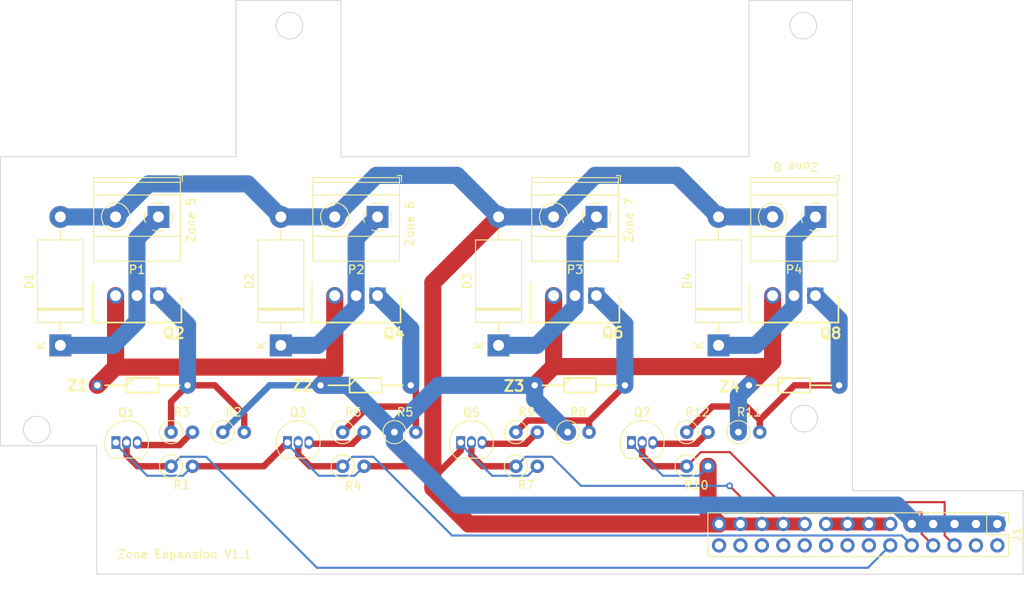
<source format=kicad_pcb>
(kicad_pcb (version 20221018) (generator pcbnew)
  (layers (0 "F.Cu" power) (31 "B.Cu" power) (34 "B.Paste" user) (35 "F.Paste" user) (36 "B.SilkS" user "B.Silkscreen") (37 "F.SilkS" user "F.Silkscreen") (38 "B.Mask" user) (39 "F.Mask" user) (44 "Edge.Cuts" user))
  (net 0 "")
  (net 1 "GND")
  (net 2 "+VDC")
  (net 3 "+3V3")
  (net 4 "D23")
  (net 5 "D19")
  (net 6 "D18")
  (net 7 "TX")
  (net 8 "RX")
  (net 9 "Net-(D1-K)")
  (net 10 "Net-(D2-K)")
  (net 11 "Net-(D3-K)")
  (net 12 "Net-(D4-K)")
  (net 13 "Net-(Q1-D)")
  (net 14 "Net-(Q2-Pad1)")
  (net 15 "Net-(Q3-D)")
  (net 16 "Net-(Q4-Pad1)")
  (net 17 "Net-(Q5-D)")
  (net 18 "Net-(Q6-Pad1)")
  (net 19 "Net-(Q7-D)")
  (net 20 "Net-(Q8-Pad1)")
  (net 21 "SCL")
  (net 22 "SDA")
  (net 23 "Z8")
  (net 24 "Z7")
  (net 25 "Z6")
  (net 26 "Z5")
  (net 27 "D26")
  (net 28 "D17")
  (net 29 "D16")
  (footprint "Connector_PinHeader_2.54mm:PinHeader_2x14_P2.54mm_Vertical" (layer "F.Cu") (at 170.349 121.0423 -90)
    (fp_text reference "J1" (at 1.27 -2.33 -90) (layer "F.SilkS"))
    (fp_text value "Conn_02x14_Odd_Even")
    (pad "1" thru_hole rect (at 0 0 270) (size 1.7 1.7) (drill 1) (layers "*.Cu" "*.Mask") (net 2 "+VDC"))
    (pad "2" thru_hole oval (at 2.54 0 270) (size 1.7 1.7) (drill 1) (layers "*.Cu" "*.Mask") (net 7 "TX"))
    (pad "3" thru_hole oval (at 0 2.54 270) (size 1.7 1.7) (drill 1) (layers "*.Cu" "*.Mask") (net 2 "+VDC"))
    (pad "4" thru_hole oval (at 2.54 2.54 270) (size 1.7 1.7) (drill 1) (layers "*.Cu" "*.Mask") (net 8 "RX"))
    (pad "5" thru_hole oval (at 0 5.08 270) (size 1.7 1.7) (drill 1) (layers "*.Cu" "*.Mask") (net 2 "+VDC"))
    (pad "6" thru_hole oval (at 2.54 5.08 270) (size 1.7 1.7) (drill 1) (layers "*.Cu" "*.Mask") (net 23 "Z8"))
    (pad "7" thru_hole oval (at 0 7.62 270) (size 1.7 1.7) (drill 1) (layers "*.Cu" "*.Mask") (net 2 "+VDC"))
    (pad "8" thru_hole oval (at 2.54 7.62 270) (size 1.7 1.7) (drill 1) (layers "*.Cu" "*.Mask") (net 24 "Z7"))
    (pad "9" thru_hole oval (at 0 10.16 270) (size 1.7 1.7) (drill 1) (layers "*.Cu" "*.Mask") (net 2 "+VDC"))
    (pad "10" thru_hole oval (at 2.54 10.16 270) (size 1.7 1.7) (drill 1) (layers "*.Cu" "*.Mask") (net 25 "Z6"))
    (pad "11" thru_hole oval (at 0 12.7 270) (size 1.7 1.7) (drill 1) (layers "*.Cu" "*.Mask") (net 3 "+3V3"))
    (pad "12" thru_hole oval (at 2.54 12.7 270) (size 1.7 1.7) (drill 1) (layers "*.Cu" "*.Mask") (net 26 "Z5"))
    (pad "13" thru_hole oval (at 0 15.24 270) (size 1.7 1.7) (drill 1) (layers "*.Cu" "*.Mask") (net 3 "+3V3"))
    (pad "14" thru_hole oval (at 2.54 15.24 270) (size 1.7 1.7) (drill 1) (layers "*.Cu" "*.Mask") (net 27 "D26"))
    (pad "15" thru_hole oval (at 0 17.78 270) (size 1.7 1.7) (drill 1) (layers "*.Cu" "*.Mask") (net 3 "+3V3"))
    (pad "16" thru_hole oval (at 2.54 17.78 270) (size 1.7 1.7) (drill 1) (layers "*.Cu" "*.Mask") (net 4 "D23"))
    (pad "17" thru_hole oval (at 0 20.32 270) (size 1.7 1.7) (drill 1) (layers "*.Cu" "*.Mask") (net 3 "+3V3"))
    (pad "18" thru_hole oval (at 2.54 20.32 270) (size 1.7 1.7) (drill 1) (layers "*.Cu" "*.Mask") (net 5 "D19"))
    (pad "19" thru_hole oval (at 0 22.86 270) (size 1.7 1.7) (drill 1) (layers "*.Cu" "*.Mask") (net 1 "GND"))
    (pad "20" thru_hole oval (at 2.54 22.86 270) (size 1.7 1.7) (drill 1) (layers "*.Cu" "*.Mask") (net 6 "D18"))
    (pad "21" thru_hole oval (at 0 25.4 270) (size 1.7 1.7) (drill 1) (layers "*.Cu" "*.Mask") (net 1 "GND"))
    (pad "22" thru_hole oval (at 2.54 25.4 270) (size 1.7 1.7) (drill 1) (layers "*.Cu" "*.Mask") (net 28 "D17"))
    (pad "23" thru_hole oval (at 0 27.94 270) (size 1.7 1.7) (drill 1) (layers "*.Cu" "*.Mask") (net 1 "GND"))
    (pad "24" thru_hole oval (at 2.54 27.94 270) (size 1.7 1.7) (drill 1) (layers "*.Cu" "*.Mask") (net 29 "D16"))
    (pad "25" thru_hole oval (at 0 30.48 270) (size 1.7 1.7) (drill 1) (layers "*.Cu" "*.Mask") (net 1 "GND"))
    (pad "26" thru_hole oval (at 2.54 30.48 270) (size 1.7 1.7) (drill 1) (layers "*.Cu" "*.Mask") (net 21 "SCL"))
    (pad "27" thru_hole oval (at 0 33.02 270) (size 1.7 1.7) (drill 1) (layers "*.Cu" "*.Mask") (net 1 "GND"))
    (pad "28" thru_hole oval (at 2.54 33.02 270) (size 1.7 1.7) (drill 1) (layers "*.Cu" "*.Mask") (net 22 "SDA"))
  )
  (footprint "SamacSys_Parts:DIOAD1068W53L380D172" (layer "F.Cu") (at 115.460364 104.593019)
    (fp_text reference "Z3" (at -2.449512 0.080798) (layer "F.SilkS") (effects (font (size 1.27 1.27) (thickness 0.254))))
    (fp_text value "BZX79C10" hide)
    (pad "1" thru_hole rect (at 0 0) (size 1.15 1.15) (drill 0.75) (layers "*.Cu" "*.Mask") (net 2 "+VDC"))
    (pad "2" thru_hole circle (at 10.7 0) (size 1.15 1.15) (drill 0.75) (layers "*.Cu" "*.Mask") (net 18 "Net-(Q6-Pad1)"))
  )
  (footprint "Resistor_THT:R_Axial_DIN0207_L6.3mm_D2.5mm_P2.54mm_Vertical" (layer "F.Cu") (at 133.485574 110.147841)
    (fp_text reference "R12" (at 1.27 -2.37) (layer "F.SilkS"))
    (fp_text value "10k")
    (pad "1" thru_hole circle (at 0 0) (size 1.6 1.6) (drill 0.8) (layers "*.Cu" "*.Mask") (net 20 "Net-(Q8-Pad1)"))
    (pad "2" thru_hole oval (at 2.54 0) (size 1.6 1.6) (drill 0.8) (layers "*.Cu" "*.Mask") (net 19 "Net-(Q7-D)"))
  )
  (footprint "Resistor_THT:R_Axial_DIN0207_L6.3mm_D2.5mm_P2.54mm_Vertical" (layer "F.Cu") (at 133.485574 114.197841)
    (fp_text reference "R10" (at 1.143194 2.249995) (layer "F.SilkS"))
    (fp_text value "1M")
    (pad "1" thru_hole circle (at 0 0) (size 1.6 1.6) (drill 0.8) (layers "*.Cu" "*.Mask") (net 23 "Z8"))
    (pad "2" thru_hole oval (at 2.54 0) (size 1.6 1.6) (drill 0.8) (layers "*.Cu" "*.Mask") (net 1 "GND"))
  )
  (footprint "SamacSys_Parts:TO254P469X1042X1967-3P" (layer "F.Cu") (at 70.812955 93.947182 180)
    (fp_text reference "Q2" (at -1.830531 -4.456193) (layer "F.SilkS") (effects (font (size 1.27 1.27) (thickness 0.254))))
    (fp_text value "IRF9Z34NPBF" hide)
    (pad "1" thru_hole rect (at 0 0 180) (size 1.92 1.92) (drill 1.28) (layers "*.Cu" "*.Mask") (net 14 "Net-(Q2-Pad1)"))
    (pad "2" thru_hole circle (at 2.54 0 180) (size 1.92 1.92) (drill 1.28) (layers "*.Cu" "*.Mask") (net 9 "Net-(D1-K)"))
    (pad "3" thru_hole circle (at 5.08 0 180) (size 1.92 1.92) (drill 1.28) (layers "*.Cu" "*.Mask") (net 2 "+VDC"))
  )
  (footprint "TerminalBlock_Phoenix:TerminalBlock_Phoenix_MKDS-1,5-2-5.08_1x02_P5.08mm_Horizontal" (layer "F.Cu") (at 70.817955 84.610664 180)
    (fp_text reference "P1" (at 2.54 -6.26) (layer "F.SilkS"))
    (fp_text value "Screw_Terminal_01x02")
    (pad "1" thru_hole rect (at 0 0 180) (size 2.6 2.6) (drill 1.3) (layers "*.Cu" "*.Mask") (net 9 "Net-(D1-K)"))
    (pad "2" thru_hole circle (at 5.08 0 180) (size 2.6 2.6) (drill 1.3) (layers "*.Cu" "*.Mask") (net 1 "GND"))
  )
  (footprint "Diode_THT:D_DO-201_P15.24mm_Horizontal" (layer "F.Cu") (at 59.178463 99.850664 90)
    (fp_text reference "D1" (at 7.62 -3.725 90) (layer "F.SilkS"))
    (fp_text value "STPS3150RL")
    (fp_text user "K" (at 0 -2.3 90) (layer "F.SilkS"))
    (pad "1" thru_hole rect (at 0 0 90) (size 2.6 2.6) (drill 1.3) (layers "*.Cu" "*.Mask") (net 9 "Net-(D1-K)"))
    (pad "2" thru_hole oval (at 15.24 0 90) (size 2.6 2.6) (drill 1.3) (layers "*.Cu" "*.Mask") (net 1 "GND"))
  )
  (footprint "Resistor_THT:R_Axial_DIN0207_L6.3mm_D2.5mm_P2.54mm_Vertical" (layer "F.Cu") (at 98.817126 110.147841)
    (fp_text reference "R5" (at 1.27 -2.37) (layer "F.SilkS"))
    (fp_text value "100k")
    (pad "1" thru_hole circle (at 0 0) (size 1.6 1.6) (drill 0.8) (layers "*.Cu" "*.Mask") (net 2 "+VDC"))
    (pad "2" thru_hole oval (at 2.54 0) (size 1.6 1.6) (drill 0.8) (layers "*.Cu" "*.Mask") (net 16 "Net-(Q4-Pad1)"))
  )
  (footprint "SamacSys_Parts:DIOAD1068W53L380D172" (layer "F.Cu") (at 63.569002 104.593019)
    (fp_text reference "Z1" (at -2.344122 0.022796) (layer "F.SilkS") (effects (font (size 1.27 1.27) (thickness 0.254))))
    (fp_text value "BZX79C10" hide)
    (pad "1" thru_hole rect (at 0 0) (size 1.15 1.15) (drill 0.75) (layers "*.Cu" "*.Mask") (net 2 "+VDC"))
    (pad "2" thru_hole circle (at 10.7 0) (size 1.15 1.15) (drill 0.75) (layers "*.Cu" "*.Mask") (net 14 "Net-(Q2-Pad1)"))
  )
  (footprint "Resistor_THT:R_Axial_DIN0207_L6.3mm_D2.5mm_P2.54mm_Vertical" (layer "F.Cu") (at 92.677126 110.147841)
    (fp_text reference "R6" (at 1.27 -2.37) (layer "F.SilkS"))
    (fp_text value "10k")
    (pad "1" thru_hole circle (at 0 0) (size 1.6 1.6) (drill 0.8) (layers "*.Cu" "*.Mask") (net 16 "Net-(Q4-Pad1)"))
    (pad "2" thru_hole oval (at 2.54 0) (size 1.6 1.6) (drill 0.8) (layers "*.Cu" "*.Mask") (net 15 "Net-(Q3-D)"))
  )
  (footprint "Diode_THT:D_DO-201_P15.24mm_Horizontal" (layer "F.Cu") (at 111.168051 99.850664 90)
    (fp_text reference "D3" (at 7.62 -3.725 90) (layer "F.SilkS"))
    (fp_text value "STPS3150RL")
    (fp_text user "K" (at 0 -2.3 90) (layer "F.SilkS"))
    (pad "1" thru_hole rect (at 0 0 90) (size 2.6 2.6) (drill 1.3) (layers "*.Cu" "*.Mask") (net 11 "Net-(D3-K)"))
    (pad "2" thru_hole oval (at 15.24 0 90) (size 2.6 2.6) (drill 1.3) (layers "*.Cu" "*.Mask") (net 1 "GND"))
  )
  (footprint "SamacSys_Parts:DIOAD1068W53L380D172" (layer "F.Cu") (at 90.049609 104.593019)
    (fp_text reference "Z2" (at -2.201787 0.027437) (layer "F.SilkS") (effects (font (size 1.27 1.27) (thickness 0.254))))
    (fp_text value "BZX79C10" hide)
    (pad "1" thru_hole rect (at 0 0) (size 1.15 1.15) (drill 0.75) (layers "*.Cu" "*.Mask") (net 2 "+VDC"))
    (pad "2" thru_hole circle (at 10.7 0) (size 1.15 1.15) (drill 0.75) (layers "*.Cu" "*.Mask") (net 16 "Net-(Q4-Pad1)"))
  )
  (footprint "Resistor_THT:R_Axial_DIN0207_L6.3mm_D2.5mm_P2.54mm_Vertical" (layer "F.Cu") (at 139.625574 110.147841)
    (fp_text reference "R11" (at 1.27 -2.37) (layer "F.SilkS"))
    (fp_text value "100k")
    (pad "1" thru_hole circle (at 0 0) (size 1.6 1.6) (drill 0.8) (layers "*.Cu" "*.Mask") (net 2 "+VDC"))
    (pad "2" thru_hole oval (at 2.54 0) (size 1.6 1.6) (drill 0.8) (layers "*.Cu" "*.Mask") (net 20 "Net-(Q8-Pad1)"))
  )
  (footprint "SamacSys_Parts:TO254P469X1042X1967-3P" (layer "F.Cu") (at 148.760345 93.947182 180)
    (fp_text reference "Q8" (at -1.794363 -4.480306) (layer "F.SilkS") (effects (font (size 1.27 1.27) (thickness 0.254))))
    (fp_text value "IRF9Z34NPBF" hide)
    (pad "1" thru_hole rect (at 0 0 180) (size 1.92 1.92) (drill 1.28) (layers "*.Cu" "*.Mask") (net 20 "Net-(Q8-Pad1)"))
    (pad "2" thru_hole circle (at 2.54 0 180) (size 1.92 1.92) (drill 1.28) (layers "*.Cu" "*.Mask") (net 12 "Net-(D4-K)"))
    (pad "3" thru_hole circle (at 5.08 0 180) (size 1.92 1.92) (drill 1.28) (layers "*.Cu" "*.Mask") (net 2 "+VDC"))
  )
  (footprint "Resistor_THT:R_Axial_DIN0207_L6.3mm_D2.5mm_P2.54mm_Vertical" (layer "F.Cu") (at 113.228492 114.197841)
    (fp_text reference "R7" (at 1.207037 2.230997) (layer "F.SilkS"))
    (fp_text value "1M")
    (pad "1" thru_hole circle (at 0 0) (size 1.6 1.6) (drill 0.8) (layers "*.Cu" "*.Mask") (net 24 "Z7"))
    (pad "2" thru_hole oval (at 2.54 0) (size 1.6 1.6) (drill 0.8) (layers "*.Cu" "*.Mask") (net 1 "GND"))
  )
  (footprint "Package_TO_SOT_THT:TO-92_Inline" (layer "F.Cu") (at 126.935574 111.377841)
    (fp_text reference "Q7" (at 1.27 -3.56) (layer "F.SilkS"))
    (fp_text value "2N7000")
    (pad "1" thru_hole rect (at 0 0) (size 1.05 1.5) (drill 0.75) (layers "*.Cu" "*.Mask") (net 1 "GND"))
    (pad "2" thru_hole oval (at 1.27 0) (size 1.05 1.5) (drill 0.75) (layers "*.Cu" "*.Mask") (net 23 "Z8"))
    (pad "3" thru_hole oval (at 2.54 0) (size 1.05 1.5) (drill 0.75) (layers "*.Cu" "*.Mask") (net 19 "Net-(Q7-D)"))
  )
  (footprint "SamacSys_Parts:TO254P469X1042X1967-3P" (layer "F.Cu") (at 96.810208 93.947182 180)
    (fp_text reference "Q4" (at -1.956033 -4.508803) (layer "F.SilkS") (effects (font (size 1.27 1.27) (thickness 0.254))))
    (fp_text value "IRF9Z34NPBF" hide)
    (pad "1" thru_hole rect (at 0 0 180) (size 1.92 1.92) (drill 1.28) (layers "*.Cu" "*.Mask") (net 16 "Net-(Q4-Pad1)"))
    (pad "2" thru_hole circle (at 2.54 0 180) (size 1.92 1.92) (drill 1.28) (layers "*.Cu" "*.Mask") (net 10 "Net-(D2-K)"))
    (pad "3" thru_hole circle (at 5.08 0 180) (size 1.92 1.92) (drill 1.28) (layers "*.Cu" "*.Mask") (net 2 "+VDC"))
  )
  (footprint "Resistor_THT:R_Axial_DIN0207_L6.3mm_D2.5mm_P2.54mm_Vertical" (layer "F.Cu") (at 72.317291 110.147841)
    (fp_text reference "R3" (at 1.27 -2.37) (layer "F.SilkS"))
    (fp_text value "10k")
    (pad "1" thru_hole circle (at 0 0) (size 1.6 1.6) (drill 0.8) (layers "*.Cu" "*.Mask") (net 14 "Net-(Q2-Pad1)"))
    (pad "2" thru_hole oval (at 2.54 0) (size 1.6 1.6) (drill 0.8) (layers "*.Cu" "*.Mask") (net 13 "Net-(Q1-D)"))
  )
  (footprint "TerminalBlock_Phoenix:TerminalBlock_Phoenix_MKDS-1,5-2-5.08_1x02_P5.08mm_Horizontal" (layer "F.Cu") (at 148.765345 84.610664 180)
    (fp_text reference "P4" (at 2.54 -6.26) (layer "F.SilkS"))
    (fp_text value "Screw_Terminal_01x02")
    (pad "1" thru_hole rect (at 0 0 180) (size 2.6 2.6) (drill 1.3) (layers "*.Cu" "*.Mask") (net 12 "Net-(D4-K)"))
    (pad "2" thru_hole circle (at 5.08 0 180) (size 2.6 2.6) (drill 1.3) (layers "*.Cu" "*.Mask") (net 1 "GND"))
  )
  (footprint "Resistor_THT:R_Axial_DIN0207_L6.3mm_D2.5mm_P2.54mm_Vertical" (layer "F.Cu") (at 113.228492 110.147841)
    (fp_text reference "R9" (at 1.27 -2.37) (layer "F.SilkS"))
    (fp_text value "10k")
    (pad "1" thru_hole circle (at 0 0) (size 1.6 1.6) (drill 0.8) (layers "*.Cu" "*.Mask") (net 18 "Net-(Q6-Pad1)"))
    (pad "2" thru_hole oval (at 2.54 0) (size 1.6 1.6) (drill 0.8) (layers "*.Cu" "*.Mask") (net 17 "Net-(Q5-D)"))
  )
  (footprint "Package_TO_SOT_THT:TO-92_Inline" (layer "F.Cu") (at 65.767291 111.377841)
    (fp_text reference "Q1" (at 1.27 -3.56) (layer "F.SilkS"))
    (fp_text value "2N7000")
    (pad "1" thru_hole rect (at 0 0) (size 1.05 1.5) (drill 0.75) (layers "*.Cu" "*.Mask") (net 1 "GND"))
    (pad "2" thru_hole oval (at 1.27 0) (size 1.05 1.5) (drill 0.75) (layers "*.Cu" "*.Mask") (net 26 "Z5"))
    (pad "3" thru_hole oval (at 2.54 0) (size 1.05 1.5) (drill 0.75) (layers "*.Cu" "*.Mask") (net 13 "Net-(Q1-D)"))
  )
  (footprint "Package_TO_SOT_THT:TO-92_Inline" (layer "F.Cu") (at 106.678492 111.377841)
    (fp_text reference "Q5" (at 1.27 -3.56) (layer "F.SilkS"))
    (fp_text value "2N7000")
    (pad "1" thru_hole rect (at 0 0) (size 1.05 1.5) (drill 0.75) (layers "*.Cu" "*.Mask") (net 1 "GND"))
    (pad "2" thru_hole oval (at 1.27 0) (size 1.05 1.5) (drill 0.75) (layers "*.Cu" "*.Mask") (net 24 "Z7"))
    (pad "3" thru_hole oval (at 2.54 0) (size 1.05 1.5) (drill 0.75) (layers "*.Cu" "*.Mask") (net 17 "Net-(Q5-D)"))
  )
  (footprint "SamacSys_Parts:TO254P469X1042X1967-3P" (layer "F.Cu") (at 122.777881 93.947182 180)
    (fp_text reference "Q6" (at -1.942327 -4.407968) (layer "F.SilkS") (effects (font (size 1.27 1.27) (thickness 0.254))))
    (fp_text value "IRF9Z34NPBF" hide)
    (pad "1" thru_hole rect (at 0 0 180) (size 1.92 1.92) (drill 1.28) (layers "*.Cu" "*.Mask") (net 18 "Net-(Q6-Pad1)"))
    (pad "2" thru_hole circle (at 2.54 0 180) (size 1.92 1.92) (drill 1.28) (layers "*.Cu" "*.Mask") (net 11 "Net-(D3-K)"))
    (pad "3" thru_hole circle (at 5.08 0 180) (size 1.92 1.92) (drill 1.28) (layers "*.Cu" "*.Mask") (net 2 "+VDC"))
  )
  (footprint "Resistor_THT:R_Axial_DIN0207_L6.3mm_D2.5mm_P2.54mm_Vertical" (layer "F.Cu") (at 78.457291 110.147841)
    (fp_text reference "R2" (at 1.27 -2.37) (layer "F.SilkS"))
    (fp_text value "100k")
    (pad "1" thru_hole circle (at 0 0) (size 1.6 1.6) (drill 0.8) (layers "*.Cu" "*.Mask") (net 2 "+VDC"))
    (pad "2" thru_hole oval (at 2.54 0) (size 1.6 1.6) (drill 0.8) (layers "*.Cu" "*.Mask") (net 14 "Net-(Q2-Pad1)"))
  )
  (footprint "TerminalBlock_Phoenix:TerminalBlock_Phoenix_MKDS-1,5-2-5.08_1x02_P5.08mm_Horizontal" (layer "F.Cu") (at 96.815208 84.610664 180)
    (fp_text reference "P2" (at 2.54 -6.26) (layer "F.SilkS"))
    (fp_text value "Screw_Terminal_01x02")
    (pad "1" thru_hole rect (at 0 0 180) (size 2.6 2.6) (drill 1.3) (layers "*.Cu" "*.Mask") (net 10 "Net-(D2-K)"))
    (pad "2" thru_hole circle (at 5.08 0 180) (size 2.6 2.6) (drill 1.3) (layers "*.Cu" "*.Mask") (net 1 "GND"))
  )
  (footprint "Package_TO_SOT_THT:TO-92_Inline" (layer "F.Cu") (at 86.127126 111.377841)
    (fp_text reference "Q3" (at 1.27 -3.56) (layer "F.SilkS"))
    (fp_text value "2N7000")
    (pad "1" thru_hole rect (at 0 0) (size 1.05 1.5) (drill 0.75) (layers "*.Cu" "*.Mask") (net 1 "GND"))
    (pad "2" thru_hole oval (at 1.27 0) (size 1.05 1.5) (drill 0.75) (layers "*.Cu" "*.Mask") (net 25 "Z6"))
    (pad "3" thru_hole oval (at 2.54 0) (size 1.05 1.5) (drill 0.75) (layers "*.Cu" "*.Mask") (net 15 "Net-(Q3-D)"))
  )
  (footprint "Resistor_THT:R_Axial_DIN0207_L6.3mm_D2.5mm_P2.54mm_Vertical" (layer "F.Cu") (at 119.368492 110.147841)
    (fp_text reference "R8" (at 1.27 -2.37) (layer "F.SilkS"))
    (fp_text value "100k")
    (pad "1" thru_hole circle (at 0 0) (size 1.6 1.6) (drill 0.8) (layers "*.Cu" "*.Mask") (net 2 "+VDC"))
    (pad "2" thru_hole oval (at 2.54 0) (size 1.6 1.6) (drill 0.8) (layers "*.Cu" "*.Mask") (net 18 "Net-(Q6-Pad1)"))
  )
  (footprint "Diode_THT:D_DO-201_P15.24mm_Horizontal" (layer "F.Cu") (at 137.268886 99.850664 90)
    (fp_text reference "D4" (at 7.62 -3.725 90) (layer "F.SilkS"))
    (fp_text value "STPS3150RL")
    (fp_text user "K" (at 0 -2.3 90) (layer "F.SilkS"))
    (pad "1" thru_hole rect (at 0 0 90) (size 2.6 2.6) (drill 1.3) (layers "*.Cu" "*.Mask") (net 12 "Net-(D4-K)"))
    (pad "2" thru_hole oval (at 15.24 0 90) (size 2.6 2.6) (drill 1.3) (layers "*.Cu" "*.Mask") (net 1 "GND"))
  )
  (footprint "Resistor_THT:R_Axial_DIN0207_L6.3mm_D2.5mm_P2.54mm_Vertical" (layer "F.Cu") (at 72.317291 114.197841)
    (fp_text reference "R1" (at 1.253854 2.200477) (layer "F.SilkS"))
    (fp_text value "1M")
    (pad "1" thru_hole circle (at 0 0) (size 1.6 1.6) (drill 0.8) (layers "*.Cu" "*.Mask") (net 26 "Z5"))
    (pad "2" thru_hole oval (at 2.54 0) (size 1.6 1.6) (drill 0.8) (layers "*.Cu" "*.Mask") (net 1 "GND"))
  )
  (footprint "SamacSys_Parts:DIOAD1068W53L380D172" (layer "F.Cu") (at 140.876856 104.593019)
    (fp_text reference "Z4" (at -2.289419 0.148081) (layer "F.SilkS") (effects (font (size 1.27 1.27) (thickness 0.254))))
    (fp_text value "BZX79C10" hide)
    (pad "1" thru_hole rect (at 0 0) (size 1.15 1.15) (drill 0.75) (layers "*.Cu" "*.Mask") (net 2 "+VDC"))
    (pad "2" thru_hole circle (at 10.7 0) (size 1.15 1.15) (drill 0.75) (layers "*.Cu" "*.Mask") (net 20 "Net-(Q8-Pad1)"))
  )
  (footprint "Diode_THT:D_DO-201_P15.24mm_Horizontal" (layer "F.Cu") (at 85.333551 99.850664 90)
    (fp_text reference "D2" (at 7.62 -3.725 90) (layer "F.SilkS"))
    (fp_text value "STPS3150RL")
    (fp_text user "K" (at 0 -2.3 90) (layer "F.SilkS"))
    (pad "1" thru_hole rect (at 0 0 90) (size 2.6 2.6) (drill 1.3) (layers "*.Cu" "*.Mask") (net 10 "Net-(D2-K)"))
    (pad "2" thru_hole oval (at 15.24 0 90) (size 2.6 2.6) (drill 1.3) (layers "*.Cu" "*.Mask") (net 1 "GND"))
  )
  (footprint "Resistor_THT:R_Axial_DIN0207_L6.3mm_D2.5mm_P2.54mm_Vertical" (layer "F.Cu") (at 92.677126 114.197841)
    (fp_text reference "R4" (at 1.249632 2.331103) (layer "F.SilkS"))
    (fp_text value "1M")
    (pad "1" thru_hole circle (at 0 0) (size 1.6 1.6) (drill 0.8) (layers "*.Cu" "*.Mask") (net 25 "Z6"))
    (pad "2" thru_hole oval (at 2.54 0) (size 1.6 1.6) (drill 0.8) (layers "*.Cu" "*.Mask") (net 1 "GND"))
  )
  (footprint "TerminalBlock_Phoenix:TerminalBlock_Phoenix_MKDS-1,5-2-5.08_1x02_P5.08mm_Horizontal" (layer "F.Cu") (at 122.782881 84.610664 180)
    (fp_text reference "P3" (at 2.54 -6.26) (layer "F.SilkS"))
    (fp_text value "Screw_Terminal_01x02")
    (pad "1" thru_hole rect (at 0 0 180) (size 2.6 2.6) (drill 1.3) (layers "*.Cu" "*.Mask") (net 11 "Net-(D3-K)"))
    (pad "2" thru_hole circle (at 5.08 0 180) (size 2.6 2.6) (drill 1.3) (layers "*.Cu" "*.Mask") (net 1 "GND"))
  )
  (gr_line (start 63.5 127) (end 63.5 111.76) (stroke (width 0.1)) (layer "Edge.Cuts"))
  (gr_line (start 52.07 111.76) (end 63.5 111.76) (stroke (width 0.1)) (layer "Edge.Cuts"))
  (gr_line (start 52.07 111.76) (end 52.07 77.47) (stroke (width 0.1)) (layer "Edge.Cuts"))
  (gr_circle (center 56.388 109.855) (end 57.9755 109.855) (stroke (width 0.1)) (fill none) (layer "Edge.Cuts"))
  (gr_circle (center 147.418926 108.536569) (end 149.006426 108.536569) (stroke (width 0.1)) (fill none) (layer "Edge.Cuts"))
  (gr_circle (center 86.36 61.9125) (end 87.9475 61.9125) (stroke (width 0.1)) (fill none) (layer "Edge.Cuts"))
  (gr_circle (center 147.32 61.9125) (end 148.9075 61.9125) (stroke (width 0.1)) (fill none) (layer "Edge.Cuts"))
  (gr_line (start 92.456 58.928) (end 80.01 58.928) (stroke (width 0.1)) (layer "Edge.Cuts"))
  (gr_line (start 80.01 77.47) (end 52.07 77.47) (stroke (width 0.1)) (layer "Edge.Cuts"))
  (gr_line (start 153.167936 58.928) (end 140.8938 58.928) (stroke (width 0.1)) (layer "Edge.Cuts"))
  (gr_line (start 140.8938 77.47) (end 92.456 77.47) (stroke (width 0.1)) (layer "Edge.Cuts"))
  (gr_line (start 92.456 77.47) (end 92.456 58.928) (stroke (width 0.1)) (layer "Edge.Cuts"))
  (gr_line (start 63.5 127) (end 173.399526 127) (stroke (width 0.1)) (layer "Edge.Cuts"))
  (gr_line (start 173.399526 117.094) (end 153.167936 117.094) (stroke (width 0.1)) (layer "Edge.Cuts"))
  (gr_line (start 140.8938 58.928) (end 140.8938 77.47) (stroke (width 0.1)) (layer "Edge.Cuts"))
  (gr_line (start 80.01 58.928) (end 80.01 77.47) (stroke (width 0.1)) (layer "Edge.Cuts"))
  (gr_line (start 173.399526 127) (end 173.399526 117.094) (stroke (width 0.1)) (layer "Edge.Cuts"))
  (gr_line (start 153.167936 117.094) (end 153.167936 58.928) (stroke (width 0.1)) (layer "Edge.Cuts"))
  (gr_text "Zone 6" (at 100.652417 85.403728 90) (layer "F.SilkS") (effects (font (size 1 1))))
  (gr_text "Zone 5" (at 74.68475 84.996005 90) (layer "F.SilkS") (effects (font (size 1 1))))
  (gr_text "Zone Expansion V1.1" (at 73.912049 124.637182) (layer "F.SilkS") (effects (font (size 1 1))))
  (gr_text "Zone 7" (at 126.615152 85.009157 90) (layer "F.SilkS") (effects (font (size 1 1))))
  (gr_text "Zone 8" (at 146.452179 78.646707 180) (layer "F.SilkS") (effects (font (size 1 1))))
  (segment (start 139.869 121.0423) (end 137.329 121.0423) (width 1.524) (layer "F.Cu") (net 1))
  (segment (start 103.372637 115.625512) (end 103.372637 113.731574) (width 2.032) (layer "F.Cu") (net 1))
  (segment (start 83.307126 114.197841) (end 86.127126 111.377841) (width 0.762) (layer "F.Cu") (net 1))
  (segment (start 107.631042 121.0423) (end 137.329 121.0423) (width 2.032) (layer "F.Cu") (net 1))
  (segment (start 74.857291 114.197841) (end 83.307126 114.197841) (width 0.762) (layer "F.Cu") (net 1))
  (segment (start 102.90637 114.197841) (end 103.372637 113.731574) (width 0.762) (layer "F.Cu") (net 1))
  (segment (start 139.869 121.0423) (end 142.409 121.0423) (width 1.524) (layer "F.Cu") (net 1))
  (segment (start 136.025574 119.738874) (end 137.329 121.0423) (width 2.032) (layer "F.Cu") (net 1))
  (segment (start 103.372637 116.783895) (end 107.631042 121.0423) (width 2.032) (layer "F.Cu") (net 1))
  (segment (start 103.372637 92.406078) (end 111.168051 84.610664) (width 2.032) (layer "F.Cu") (net 1))
  (segment (start 144.949 121.0423) (end 142.409 121.0423) (width 1.524) (layer "F.Cu") (net 1))
  (segment (start 103.372637 115.625512) (end 103.372637 116.783895) (width 2.032) (layer "F.Cu") (net 1))
  (segment (start 144.949 121.0423) (end 147.489 121.0423) (width 1.524) (layer "F.Cu") (net 1))
  (segment (start 103.372637 113.731574) (end 103.372637 92.406078) (width 2.032) (layer "F.Cu") (net 1))
  (segment (start 136.025574 114.197841) (end 136.025574 119.738874) (width 2.032) (layer "F.Cu") (net 1))
  (segment (start 106.678492 112.319657) (end 103.372637 115.625512) (width 0.762) (layer "F.Cu") (net 1))
  (segment (start 95.217126 114.197841) (end 102.90637 114.197841) (width 0.762) (layer "F.Cu") (net 1))
  (segment (start 106.678492 111.377841) (end 106.678492 112.319657) (width 0.762) (layer "F.Cu") (net 1))
  (segment (start 86.127126 111.602841) (end 89.846637 115.322352) (width 0.25) (layer "B.Cu") (net 1))
  (segment (start 69.486802 115.322352) (end 73.73278 115.322352) (width 0.25) (layer "B.Cu") (net 1))
  (segment (start 96.660765 79.685107) (end 106.242494 79.685107) (width 2.032) (layer "B.Cu") (net 1))
  (segment (start 122.635012 79.678533) (end 132.336755 79.678533) (width 2.032) (layer "B.Cu") (net 1))
  (segment (start 110.398003 115.322352) (end 114.643981 115.322352) (width 0.25) (layer "B.Cu") (net 1))
  (segment (start 111.168051 84.610664) (end 117.702881 84.610664) (width 2.032) (layer "B.Cu") (net 1))
  (segment (start 91.735208 84.610664) (end 96.660765 79.685107) (width 2.032) (layer "B.Cu") (net 1))
  (segment (start 89.846637 115.322352) (end 94.092615 115.322352) (width 0.25) (layer "B.Cu") (net 1))
  (segment (start 65.767291 111.602841) (end 69.486802 115.322352) (width 0.25) (layer "B.Cu") (net 1))
  (segment (start 69.657355 80.691264) (end 81.414151 80.691264) (width 2.032) (layer "B.Cu") (net 1))
  (segment (start 81.414151 80.691264) (end 85.333551 84.610664) (width 2.032) (layer "B.Cu") (net 1))
  (segment (start 65.737955 84.610664) (end 69.657355 80.691264) (width 2.032) (layer "B.Cu") (net 1))
  (segment (start 134.901063 115.322352) (end 136.025574 114.197841) (width 0.25) (layer "B.Cu") (net 1))
  (segment (start 106.242494 79.685107) (end 111.168051 84.610664) (width 2.032) (layer "B.Cu") (net 1))
  (segment (start 132.336755 79.678533) (end 137.268886 84.610664) (width 2.032) (layer "B.Cu") (net 1))
  (segment (start 117.702881 84.610664) (end 122.635012 79.678533) (width 2.032) (layer "B.Cu") (net 1))
  (segment (start 114.643981 115.322352) (end 115.768492 114.197841) (width 0.25) (layer "B.Cu") (net 1))
  (segment (start 137.268886 84.610664) (end 143.685345 84.610664) (width 2.032) (layer "B.Cu") (net 1))
  (segment (start 73.73278 115.322352) (end 74.857291 114.197841) (width 0.25) (layer "B.Cu") (net 1))
  (segment (start 106.678492 111.602841) (end 110.398003 115.322352) (width 0.25) (layer "B.Cu") (net 1))
  (segment (start 130.655085 115.322352) (end 134.901063 115.322352) (width 0.25) (layer "B.Cu") (net 1))
  (segment (start 126.935574 111.602841) (end 130.655085 115.322352) (width 0.25) (layer "B.Cu") (net 1))
  (segment (start 94.092615 115.322352) (end 95.217126 114.197841) (width 0.25) (layer "B.Cu") (net 1))
  (segment (start 65.737955 84.610664) (end 59.178463 84.610664) (width 2.032) (layer "B.Cu") (net 1))
  (segment (start 85.333551 84.610664) (end 91.735208 84.610664) (width 2.032) (layer "B.Cu") (net 1))
  (segment (start 143.680345 93.947182) (end 143.680345 101.78953) (width 2.032) (layer "F.Cu") (net 2))
  (segment (start 65.732955 102.429066) (end 63.569002 104.593019) (width 2.032) (layer "F.Cu") (net 2))
  (segment (start 65.732955 93.947182) (end 65.732955 102.429066) (width 2.032) (layer "F.Cu") (net 2))
  (segment (start 117.708554 102.366175) (end 143.1037 102.366175) (width 2.032) (layer "F.Cu") (net 2))
  (segment (start 117.697881 93.947182) (end 117.697881 102.355502) (width 2.032) (layer "F.Cu") (net 2))
  (segment (start 143.1037 102.366175) (end 143.680345 101.78953) (width 2.032) (layer "F.Cu") (net 2))
  (segment (start 117.697881 102.355502) (end 117.708554 102.366175) (width 2.032) (layer "F.Cu") (net 2))
  (segment (start 91.246854 102.429066) (end 91.730208 102.91242) (width 2.032) (layer "F.Cu") (net 2))
  (segment (start 91.730208 93.947182) (end 91.730208 102.91242) (width 2.032) (layer "F.Cu") (net 2))
  (segment (start 117.697881 102.355502) (end 115.460364 104.593019) (width 2.032) (layer "F.Cu") (net 2))
  (segment (start 91.730208 102.91242) (end 90.049609 104.593019) (width 2.032) (layer "F.Cu") (net 2))
  (segment (start 65.732955 102.429066) (end 91.246854 102.429066) (width 2.032) (layer "F.Cu") (net 2))
  (segment (start 143.680345 101.78953) (end 140.876856 104.593019) (width 2.032) (layer "F.Cu") (net 2))
  (segment (start 158.461148 118.81078) (end 160.189 120.538631) (width 2.032) (layer "B.Cu") (net 2))
  (segment (start 98.817126 110.147841) (end 98.817126 111.279211) (width 2.032) (layer "B.Cu") (net 2))
  (segment (start 139.625574 105.844301) (end 139.625574 110.147841) (width 2.032) (layer "B.Cu") (net 2))
  (segment (start 98.817126 111.279211) (end 106.348695 118.81078) (width 2.032) (layer "B.Cu") (net 2))
  (segment (start 115.460364 104.593019) (end 115.460364 106.239713) (width 2.032) (layer "B.Cu") (net 2))
  (segment (start 98.817126 109.837477) (end 104.061584 104.593019) (width 2.032) (layer "B.Cu") (net 2))
  (segment (start 93.262304 104.593019) (end 90.049609 104.593019) (width 2.032) (layer "B.Cu") (net 2))
  (segment (start 115.460364 106.239713) (end 119.368492 110.147841) (width 2.032) (layer "B.Cu") (net 2))
  (segment (start 104.061584 104.593019) (end 115.460364 104.593019) (width 2.032) (layer "B.Cu") (net 2))
  (segment (start 98.817126 110.147841) (end 98.817126 109.837477) (width 2.032) (layer "B.Cu") (net 2))
  (segment (start 98.817126 110.147841) (end 93.262304 104.593019) (width 2.032) (layer "B.Cu") (net 2))
  (segment (start 140.876856 104.593019) (end 139.625574 105.844301) (width 2.032) (layer "B.Cu") (net 2))
  (segment (start 106.348695 118.81078) (end 158.461148 118.81078) (width 2.032) (layer "B.Cu") (net 2))
  (segment (start 160.189 120.538631) (end 160.189 121.0423) (width 2.032) (layer "B.Cu") (net 2))
  (segment (start 78.457291 110.147841) (end 84.012113 104.593019) (width 0.762) (layer "B.Cu") (net 2))
  (segment (start 84.012113 104.593019) (end 90.049609 104.593019) (width 0.762) (layer "B.Cu") (net 2))
  (segment (start 170.349 121.0423) (end 160.189 121.0423) (width 2.032) (layer "B.Cu") (net 2))
  (segment (start 150.029 121.0423) (end 152.569 121.0423) (width 1.524) (layer "F.Cu") (net 3))
  (segment (start 155.109 121.0423) (end 157.649 121.0423) (width 1.524) (layer "F.Cu") (net 3))
  (segment (start 152.569 121.0423) (end 155.109 121.0423) (width 1.524) (layer "F.Cu") (net 3))
  (segment (start 59.178463 99.850664) (end 65.449954 99.850664) (width 2.032) (layer "B.Cu") (net 9))
  (segment (start 68.272955 93.947182) (end 68.272955 87.155664) (width 2.032) (layer "B.Cu") (net 9))
  (segment (start 68.272955 87.155664) (end 70.817955 84.610664) (width 2.032) (layer "B.Cu") (net 9))
  (segment (start 68.272955 97.027663) (end 68.272955 93.947182) (width 2.032) (layer "B.Cu") (net 9))
  (segment (start 65.449954 99.850664) (end 68.272955 97.027663) (width 2.032) (layer "B.Cu") (net 9))
  (segment (start 89.724371 99.850664) (end 94.270208 95.304827) (width 2.032) (layer "B.Cu") (net 10))
  (segment (start 94.270208 95.304827) (end 94.270208 93.947182) (width 2.032) (layer "B.Cu") (net 10))
  (segment (start 85.333551 99.850664) (end 89.724371 99.850664) (width 2.032) (layer "B.Cu") (net 10))
  (segment (start 94.270208 87.155664) (end 96.815208 84.610664) (width 2.032) (layer "B.Cu") (net 10))
  (segment (start 94.270208 93.947182) (end 94.270208 87.155664) (width 2.032) (layer "B.Cu") (net 10))
  (segment (start 115.692044 99.850664) (end 120.237881 95.304827) (width 2.032) (layer "B.Cu") (net 11))
  (segment (start 120.237881 95.304827) (end 120.237881 93.947182) (width 2.032) (layer "B.Cu") (net 11))
  (segment (start 120.237881 93.947182) (end 120.237881 87.155664) (width 2.032) (layer "B.Cu") (net 11))
  (segment (start 120.237881 87.155664) (end 122.782881 84.610664) (width 2.032) (layer "B.Cu") (net 11))
  (segment (start 111.168051 99.850664) (end 115.692044 99.850664) (width 2.032) (layer "B.Cu") (net 11))
  (segment (start 137.268886 99.850664) (end 141.674508 99.850664) (width 2.032) (layer "B.Cu") (net 12))
  (segment (start 146.220345 87.155664) (end 148.765345 84.610664) (width 2.032) (layer "B.Cu") (net 12))
  (segment (start 146.220345 93.947182) (end 146.220345 87.155664) (width 2.032) (layer "B.Cu") (net 12))
  (segment (start 146.220345 95.304827) (end 146.220345 93.947182) (width 2.032) (layer "B.Cu") (net 12))
  (segment (start 141.674508 99.850664) (end 146.220345 95.304827) (width 2.032) (layer "B.Cu") (net 12))
  (segment (start 74.857291 110.147841) (end 73.325774 111.679358) (width 0.762) (layer "F.Cu") (net 13))
  (segment (start 73.325774 111.679358) (end 68.608808 111.679358) (width 0.762) (layer "F.Cu") (net 13))
  (segment (start 68.608808 111.679358) (end 68.307291 111.377841) (width 0.762) (layer "F.Cu") (net 13))
  (segment (start 72.317291 106.54473) (end 74.269002 104.593019) (width 0.762) (layer "F.Cu") (net 14))
  (segment (start 72.317291 110.147841) (end 72.317291 106.54473) (width 0.762) (layer "F.Cu") (net 14))
  (segment (start 77.505791 104.593019) (end 74.269002 104.593019) (width 0.762) (layer "F.Cu") (net 14))
  (segment (start 80.997291 108.084519) (end 77.505791 104.593019) (width 0.762) (layer "F.Cu") (net 14))
  (segment (start 80.997291 110.147841) (end 80.997291 108.084519) (width 0.762) (layer "F.Cu") (net 14))
  (segment (start 74.269002 104.593019) (end 74.269002 97.403229) (width 2.032) (layer "B.Cu") (net 14))
  (segment (start 74.269002 97.403229) (end 70.812955 93.947182) (width 2.032) (layer "B.Cu") (net 14))
  (segment (start 88.817637 111.528352) (end 88.667126 111.377841) (width 0.762) (layer "F.Cu") (net 15))
  (segment (start 95.217126 110.147841) (end 93.836615 111.528352) (width 0.762) (layer "F.Cu") (net 15))
  (segment (start 93.836615 111.528352) (end 88.817637 111.528352) (width 0.762) (layer "F.Cu") (net 15))
  (segment (start 101.357126 107.118486) (end 101.357126 105.200536) (width 0.762) (layer "F.Cu") (net 16))
  (segment (start 92.677126 110.147841) (end 95.706481 107.118486) (width 0.762) (layer "F.Cu") (net 16))
  (segment (start 95.706481 107.118486) (end 101.357126 107.118486) (width 0.762) (layer "F.Cu") (net 16))
  (segment (start 101.357126 110.147841) (end 101.357126 107.118486) (width 0.762) (layer "F.Cu") (net 16))
  (segment (start 101.357126 105.200536) (end 100.749609 104.593019) (width 0.762) (layer "F.Cu") (net 16))
  (segment (start 100.749609 97.886583) (end 96.810208 93.947182) (width 2.032) (layer "B.Cu") (net 16))
  (segment (start 100.749609 104.593019) (end 100.749609 97.886583) (width 2.032) (layer "B.Cu") (net 16))
  (segment (start 114.387981 111.528352) (end 109.369003 111.528352) (width 0.762) (layer "F.Cu") (net 17))
  (segment (start 115.768492 110.147841) (end 114.387981 111.528352) (width 0.762) (layer "F.Cu") (net 17))
  (segment (start 109.369003 111.528352) (end 109.218492 111.377841) (width 0.762) (layer "F.Cu") (net 17))
  (segment (start 121.908492 110.147841) (end 121.908492 108.844891) (width 0.762) (layer "F.Cu") (net 18))
  (segment (start 121.830931 108.76733) (end 121.908492 108.844891) (width 0.762) (layer "F.Cu") (net 18))
  (segment (start 113.228492 110.147841) (end 114.609003 108.76733) (width 0.762) (layer "F.Cu") (net 18))
  (segment (start 121.908492 108.844891) (end 126.160364 104.593019) (width 0.762) (layer "F.Cu") (net 18))
  (segment (start 114.609003 108.76733) (end 121.830931 108.76733) (width 0.762) (layer "F.Cu") (net 18))
  (segment (start 126.160364 97.329665) (end 122.777881 93.947182) (width 2.032) (layer "B.Cu") (net 18))
  (segment (start 126.160364 104.593019) (end 126.160364 97.329665) (width 2.032) (layer "B.Cu") (net 18))
  (segment (start 134.645063 111.528352) (end 129.626085 111.528352) (width 0.762) (layer "F.Cu") (net 19))
  (segment (start 136.025574 110.147841) (end 134.645063 111.528352) (width 0.762) (layer "F.Cu") (net 19))
  (segment (start 129.626085 111.528352) (end 129.475574 111.377841) (width 0.762) (layer "F.Cu") (net 19))
  (segment (start 136.528152 107.105263) (end 140.569755 107.105263) (width 0.762) (layer "F.Cu") (net 20))
  (segment (start 140.569755 107.105263) (end 142.165574 108.701082) (width 0.762) (layer "F.Cu") (net 20))
  (segment (start 142.165574 108.701082) (end 146.273637 104.593019) (width 0.762) (layer "F.Cu") (net 20))
  (segment (start 142.165574 110.147841) (end 142.165574 108.701082) (width 0.762) (layer "F.Cu") (net 20))
  (segment (start 146.273637 104.593019) (end 151.576856 104.593019) (width 0.762) (layer "F.Cu") (net 20))
  (segment (start 133.485574 110.147841) (end 136.528152 107.105263) (width 0.762) (layer "F.Cu") (net 20))
  (segment (start 151.576856 96.763693) (end 148.760345 93.947182) (width 2.032) (layer "B.Cu") (net 20))
  (segment (start 151.576856 104.593019) (end 151.576856 96.763693) (width 2.032) (layer "B.Cu") (net 20))
  (segment (start 135.162241 112.521174) (end 138.633897 112.521174) (width 0.25) (layer "F.Cu") (net 23))
  (segment (start 164.094489 118.455239) (end 144.541658 118.455239) (width 0.25) (layer "F.Cu") (net 23))
  (segment (start 129.513574 114.197841) (end 128.205574 112.889841) (width 0.762) (layer "F.Cu") (net 23))
  (segment (start 144.541658 118.455239) (end 138.633897 112.547478) (width 0.25) (layer "F.Cu") (net 23))
  (segment (start 133.485574 114.197841) (end 129.513574 114.197841) (width 0.762) (layer "F.Cu") (net 23))
  (segment (start 164.094489 122.407789) (end 164.094489 118.455239) (width 0.25) (layer "F.Cu") (net 23))
  (segment (start 133.485574 114.197841) (end 135.162241 112.521174) (width 0.25) (layer "F.Cu") (net 23))
  (segment (start 138.633897 112.547478) (end 138.633897 112.521174) (width 0.25) (layer "F.Cu") (net 23))
  (segment (start 128.205574 112.889841) (end 128.205574 111.377841) (width 0.762) (layer "F.Cu") (net 23))
  (segment (start 165.269 123.5823) (end 164.094489 122.407789) (width 0.25) (layer "F.Cu") (net 23))
  (segment (start 161.363511 119.704712) (end 141.766512 119.704712) (width 0.25) (layer "F.Cu") (net 24))
  (segment (start 107.948492 112.889841) (end 107.948492 111.377841) (width 0.762) (layer "F.Cu") (net 24))
  (segment (start 109.256492 114.197841) (end 107.948492 112.889841) (width 0.762) (layer "F.Cu") (net 24))
  (segment (start 161.363511 122.216811) (end 161.363511 119.704712) (width 0.25) (layer "F.Cu") (net 24))
  (segment (start 162.729 123.5823) (end 161.363511 122.216811) (width 0.25) (layer "F.Cu") (net 24))
  (segment (start 141.766512 119.704712) (end 138.581288 116.519488) (width 0.25) (layer "F.Cu") (net 24))
  (segment (start 113.228492 114.197841) (end 109.256492 114.197841) (width 0.762) (layer "F.Cu") (net 24))
  (via (at 138.581288 116.519488) (size 0.8) (drill 0.4) (layers "F.Cu" "B.Cu") (net 24))
  (segment (start 138.581288 116.519488) (end 120.948825 116.519488) (width 0.25) (layer "B.Cu") (net 24))
  (segment (start 120.948825 116.519488) (end 117.502667 113.07333) (width 0.25) (layer "B.Cu") (net 24))
  (segment (start 117.502667 113.07333) (end 114.353003 113.07333) (width 0.25) (layer "B.Cu") (net 24))
  (segment (start 114.353003 113.07333) (end 113.228492 114.197841) (width 0.25) (layer "B.Cu") (net 24))
  (segment (start 87.397126 112.795009) (end 87.397126 111.377841) (width 0.762) (layer "F.Cu") (net 25))
  (segment (start 92.677126 114.197841) (end 88.799958 114.197841) (width 0.762) (layer "F.Cu") (net 25))
  (segment (start 88.799958 114.197841) (end 87.397126 112.795009) (width 0.762) (layer "F.Cu") (net 25))
  (segment (start 159.014489 122.407789) (end 105.647834 122.407789) (width 0.25) (layer "B.Cu") (net 25))
  (segment (start 105.647834 122.407789) (end 96.313375 113.07333) (width 0.25) (layer "B.Cu") (net 25))
  (segment (start 96.313375 113.07333) (end 93.801637 113.07333) (width 0.25) (layer "B.Cu") (net 25))
  (segment (start 93.801637 113.07333) (end 92.677126 114.197841) (width 0.25) (layer "B.Cu") (net 25))
  (segment (start 160.189 123.5823) (end 159.014489 122.407789) (width 0.25) (layer "B.Cu") (net 25))
  (segment (start 67.037291 112.889841) (end 67.037291 111.377841) (width 0.762) (layer "F.Cu") (net 26))
  (segment (start 68.345291 114.197841) (end 67.037291 112.889841) (width 0.762) (layer "F.Cu") (net 26))
  (segment (start 72.317291 114.197841) (end 68.345291 114.197841) (width 0.762) (layer "F.Cu") (net 26))
  (segment (start 73.441802 113.07333) (end 72.317291 114.197841) (width 0.25) (layer "B.Cu") (net 26))
  (segment (start 76.460652 113.07333) (end 73.441802 113.07333) (width 0.25) (layer "B.Cu") (net 26))
  (segment (start 154.989303 126.241997) (end 89.629319 126.241997) (width 0.25) (layer "B.Cu") (net 26))
  (segment (start 89.629319 126.241997) (end 76.460652 113.07333) (width 0.25) (layer "B.Cu") (net 26))
  (segment (start 157.649 123.5823) (end 154.989303 126.241997) (width 0.25) (layer "B.Cu") (net 26))
)
</source>
